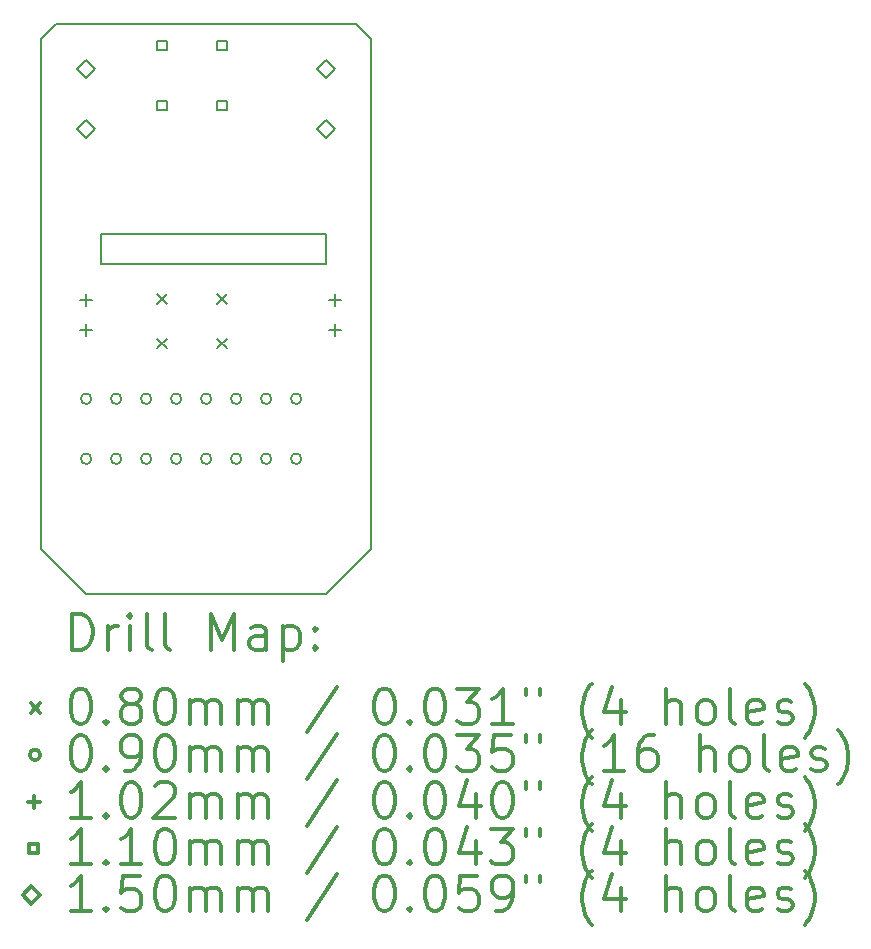
<source format=gbr>
%FSLAX45Y45*%
G04 Gerber Fmt 4.5, Leading zero omitted, Abs format (unit mm)*
G04 Created by KiCad (PCBNEW 4.0.0-stable) date 04.02.2016 17:28:49*
%MOMM*%
G01*
G04 APERTURE LIST*
%ADD10C,0.127000*%
%ADD11C,0.150000*%
%ADD12C,0.200000*%
%ADD13C,0.300000*%
G04 APERTURE END LIST*
D10*
D11*
X14097000Y-9525000D02*
X14097000Y-9779000D01*
X16002000Y-9525000D02*
X14097000Y-9525000D01*
X16002000Y-9779000D02*
X16002000Y-9525000D01*
X14097000Y-9779000D02*
X16002000Y-9779000D01*
X13589000Y-12192000D02*
X13589000Y-7874000D01*
X13970000Y-12573000D02*
X13589000Y-12192000D01*
X16002000Y-12573000D02*
X13970000Y-12573000D01*
X16383000Y-12192000D02*
X16002000Y-12573000D01*
X16383000Y-7874000D02*
X16383000Y-12192000D01*
X16256000Y-7747000D02*
X16383000Y-7874000D01*
X13716000Y-7747000D02*
X16256000Y-7747000D01*
X13589000Y-7874000D02*
X13716000Y-7747000D01*
D12*
X14572000Y-10036000D02*
X14652000Y-10116000D01*
X14652000Y-10036000D02*
X14572000Y-10116000D01*
X14572000Y-10414000D02*
X14652000Y-10494000D01*
X14652000Y-10414000D02*
X14572000Y-10494000D01*
X15080000Y-10036000D02*
X15160000Y-10116000D01*
X15160000Y-10036000D02*
X15080000Y-10116000D01*
X15080000Y-10414000D02*
X15160000Y-10494000D01*
X15160000Y-10414000D02*
X15080000Y-10494000D01*
X14015000Y-10922000D02*
G75*
G03X14015000Y-10922000I-45000J0D01*
G01*
X14015000Y-11430000D02*
G75*
G03X14015000Y-11430000I-45000J0D01*
G01*
X14269000Y-10922000D02*
G75*
G03X14269000Y-10922000I-45000J0D01*
G01*
X14269000Y-11430000D02*
G75*
G03X14269000Y-11430000I-45000J0D01*
G01*
X14523000Y-10922000D02*
G75*
G03X14523000Y-10922000I-45000J0D01*
G01*
X14523000Y-11430000D02*
G75*
G03X14523000Y-11430000I-45000J0D01*
G01*
X14777000Y-10922000D02*
G75*
G03X14777000Y-10922000I-45000J0D01*
G01*
X14777000Y-11430000D02*
G75*
G03X14777000Y-11430000I-45000J0D01*
G01*
X15031000Y-10922000D02*
G75*
G03X15031000Y-10922000I-45000J0D01*
G01*
X15031000Y-11430000D02*
G75*
G03X15031000Y-11430000I-45000J0D01*
G01*
X15285000Y-10922000D02*
G75*
G03X15285000Y-10922000I-45000J0D01*
G01*
X15285000Y-11430000D02*
G75*
G03X15285000Y-11430000I-45000J0D01*
G01*
X15539000Y-10922000D02*
G75*
G03X15539000Y-10922000I-45000J0D01*
G01*
X15539000Y-11430000D02*
G75*
G03X15539000Y-11430000I-45000J0D01*
G01*
X15793000Y-10922000D02*
G75*
G03X15793000Y-10922000I-45000J0D01*
G01*
X15793000Y-11430000D02*
G75*
G03X15793000Y-11430000I-45000J0D01*
G01*
X13970000Y-10033000D02*
X13970000Y-10134600D01*
X13919200Y-10083800D02*
X14020800Y-10083800D01*
X13970000Y-10287000D02*
X13970000Y-10388600D01*
X13919200Y-10337800D02*
X14020800Y-10337800D01*
X16078200Y-10033000D02*
X16078200Y-10134600D01*
X16027400Y-10083800D02*
X16129000Y-10083800D01*
X16078200Y-10287000D02*
X16078200Y-10388600D01*
X16027400Y-10337800D02*
X16129000Y-10337800D01*
X14650891Y-7972891D02*
X14650891Y-7895109D01*
X14573109Y-7895109D01*
X14573109Y-7972891D01*
X14650891Y-7972891D01*
X14650891Y-8476891D02*
X14650891Y-8399109D01*
X14573109Y-8399109D01*
X14573109Y-8476891D01*
X14650891Y-8476891D01*
X15158891Y-7972891D02*
X15158891Y-7895109D01*
X15081109Y-7895109D01*
X15081109Y-7972891D01*
X15158891Y-7972891D01*
X15158891Y-8476891D02*
X15158891Y-8399109D01*
X15081109Y-8399109D01*
X15081109Y-8476891D01*
X15158891Y-8476891D01*
X13970000Y-8203000D02*
X14045000Y-8128000D01*
X13970000Y-8053000D01*
X13895000Y-8128000D01*
X13970000Y-8203000D01*
X13970000Y-8711000D02*
X14045000Y-8636000D01*
X13970000Y-8561000D01*
X13895000Y-8636000D01*
X13970000Y-8711000D01*
X16002000Y-8203000D02*
X16077000Y-8128000D01*
X16002000Y-8053000D01*
X15927000Y-8128000D01*
X16002000Y-8203000D01*
X16002000Y-8711000D02*
X16077000Y-8636000D01*
X16002000Y-8561000D01*
X15927000Y-8636000D01*
X16002000Y-8711000D01*
D13*
X13852928Y-13046214D02*
X13852928Y-12746214D01*
X13924357Y-12746214D01*
X13967214Y-12760500D01*
X13995786Y-12789071D01*
X14010071Y-12817643D01*
X14024357Y-12874786D01*
X14024357Y-12917643D01*
X14010071Y-12974786D01*
X13995786Y-13003357D01*
X13967214Y-13031929D01*
X13924357Y-13046214D01*
X13852928Y-13046214D01*
X14152928Y-13046214D02*
X14152928Y-12846214D01*
X14152928Y-12903357D02*
X14167214Y-12874786D01*
X14181500Y-12860500D01*
X14210071Y-12846214D01*
X14238643Y-12846214D01*
X14338643Y-13046214D02*
X14338643Y-12846214D01*
X14338643Y-12746214D02*
X14324357Y-12760500D01*
X14338643Y-12774786D01*
X14352928Y-12760500D01*
X14338643Y-12746214D01*
X14338643Y-12774786D01*
X14524357Y-13046214D02*
X14495786Y-13031929D01*
X14481500Y-13003357D01*
X14481500Y-12746214D01*
X14681500Y-13046214D02*
X14652928Y-13031929D01*
X14638643Y-13003357D01*
X14638643Y-12746214D01*
X15024357Y-13046214D02*
X15024357Y-12746214D01*
X15124357Y-12960500D01*
X15224357Y-12746214D01*
X15224357Y-13046214D01*
X15495786Y-13046214D02*
X15495786Y-12889071D01*
X15481500Y-12860500D01*
X15452928Y-12846214D01*
X15395786Y-12846214D01*
X15367214Y-12860500D01*
X15495786Y-13031929D02*
X15467214Y-13046214D01*
X15395786Y-13046214D01*
X15367214Y-13031929D01*
X15352928Y-13003357D01*
X15352928Y-12974786D01*
X15367214Y-12946214D01*
X15395786Y-12931929D01*
X15467214Y-12931929D01*
X15495786Y-12917643D01*
X15638643Y-12846214D02*
X15638643Y-13146214D01*
X15638643Y-12860500D02*
X15667214Y-12846214D01*
X15724357Y-12846214D01*
X15752928Y-12860500D01*
X15767214Y-12874786D01*
X15781500Y-12903357D01*
X15781500Y-12989071D01*
X15767214Y-13017643D01*
X15752928Y-13031929D01*
X15724357Y-13046214D01*
X15667214Y-13046214D01*
X15638643Y-13031929D01*
X15910071Y-13017643D02*
X15924357Y-13031929D01*
X15910071Y-13046214D01*
X15895786Y-13031929D01*
X15910071Y-13017643D01*
X15910071Y-13046214D01*
X15910071Y-12860500D02*
X15924357Y-12874786D01*
X15910071Y-12889071D01*
X15895786Y-12874786D01*
X15910071Y-12860500D01*
X15910071Y-12889071D01*
X13501500Y-13500500D02*
X13581500Y-13580500D01*
X13581500Y-13500500D02*
X13501500Y-13580500D01*
X13910071Y-13376214D02*
X13938643Y-13376214D01*
X13967214Y-13390500D01*
X13981500Y-13404786D01*
X13995786Y-13433357D01*
X14010071Y-13490500D01*
X14010071Y-13561929D01*
X13995786Y-13619071D01*
X13981500Y-13647643D01*
X13967214Y-13661929D01*
X13938643Y-13676214D01*
X13910071Y-13676214D01*
X13881500Y-13661929D01*
X13867214Y-13647643D01*
X13852928Y-13619071D01*
X13838643Y-13561929D01*
X13838643Y-13490500D01*
X13852928Y-13433357D01*
X13867214Y-13404786D01*
X13881500Y-13390500D01*
X13910071Y-13376214D01*
X14138643Y-13647643D02*
X14152928Y-13661929D01*
X14138643Y-13676214D01*
X14124357Y-13661929D01*
X14138643Y-13647643D01*
X14138643Y-13676214D01*
X14324357Y-13504786D02*
X14295786Y-13490500D01*
X14281500Y-13476214D01*
X14267214Y-13447643D01*
X14267214Y-13433357D01*
X14281500Y-13404786D01*
X14295786Y-13390500D01*
X14324357Y-13376214D01*
X14381500Y-13376214D01*
X14410071Y-13390500D01*
X14424357Y-13404786D01*
X14438643Y-13433357D01*
X14438643Y-13447643D01*
X14424357Y-13476214D01*
X14410071Y-13490500D01*
X14381500Y-13504786D01*
X14324357Y-13504786D01*
X14295786Y-13519071D01*
X14281500Y-13533357D01*
X14267214Y-13561929D01*
X14267214Y-13619071D01*
X14281500Y-13647643D01*
X14295786Y-13661929D01*
X14324357Y-13676214D01*
X14381500Y-13676214D01*
X14410071Y-13661929D01*
X14424357Y-13647643D01*
X14438643Y-13619071D01*
X14438643Y-13561929D01*
X14424357Y-13533357D01*
X14410071Y-13519071D01*
X14381500Y-13504786D01*
X14624357Y-13376214D02*
X14652928Y-13376214D01*
X14681500Y-13390500D01*
X14695786Y-13404786D01*
X14710071Y-13433357D01*
X14724357Y-13490500D01*
X14724357Y-13561929D01*
X14710071Y-13619071D01*
X14695786Y-13647643D01*
X14681500Y-13661929D01*
X14652928Y-13676214D01*
X14624357Y-13676214D01*
X14595786Y-13661929D01*
X14581500Y-13647643D01*
X14567214Y-13619071D01*
X14552928Y-13561929D01*
X14552928Y-13490500D01*
X14567214Y-13433357D01*
X14581500Y-13404786D01*
X14595786Y-13390500D01*
X14624357Y-13376214D01*
X14852928Y-13676214D02*
X14852928Y-13476214D01*
X14852928Y-13504786D02*
X14867214Y-13490500D01*
X14895786Y-13476214D01*
X14938643Y-13476214D01*
X14967214Y-13490500D01*
X14981500Y-13519071D01*
X14981500Y-13676214D01*
X14981500Y-13519071D02*
X14995786Y-13490500D01*
X15024357Y-13476214D01*
X15067214Y-13476214D01*
X15095786Y-13490500D01*
X15110071Y-13519071D01*
X15110071Y-13676214D01*
X15252928Y-13676214D02*
X15252928Y-13476214D01*
X15252928Y-13504786D02*
X15267214Y-13490500D01*
X15295786Y-13476214D01*
X15338643Y-13476214D01*
X15367214Y-13490500D01*
X15381500Y-13519071D01*
X15381500Y-13676214D01*
X15381500Y-13519071D02*
X15395786Y-13490500D01*
X15424357Y-13476214D01*
X15467214Y-13476214D01*
X15495786Y-13490500D01*
X15510071Y-13519071D01*
X15510071Y-13676214D01*
X16095786Y-13361929D02*
X15838643Y-13747643D01*
X16481500Y-13376214D02*
X16510071Y-13376214D01*
X16538643Y-13390500D01*
X16552928Y-13404786D01*
X16567214Y-13433357D01*
X16581500Y-13490500D01*
X16581500Y-13561929D01*
X16567214Y-13619071D01*
X16552928Y-13647643D01*
X16538643Y-13661929D01*
X16510071Y-13676214D01*
X16481500Y-13676214D01*
X16452928Y-13661929D01*
X16438643Y-13647643D01*
X16424357Y-13619071D01*
X16410071Y-13561929D01*
X16410071Y-13490500D01*
X16424357Y-13433357D01*
X16438643Y-13404786D01*
X16452928Y-13390500D01*
X16481500Y-13376214D01*
X16710071Y-13647643D02*
X16724357Y-13661929D01*
X16710071Y-13676214D01*
X16695786Y-13661929D01*
X16710071Y-13647643D01*
X16710071Y-13676214D01*
X16910071Y-13376214D02*
X16938643Y-13376214D01*
X16967214Y-13390500D01*
X16981500Y-13404786D01*
X16995786Y-13433357D01*
X17010071Y-13490500D01*
X17010071Y-13561929D01*
X16995786Y-13619071D01*
X16981500Y-13647643D01*
X16967214Y-13661929D01*
X16938643Y-13676214D01*
X16910071Y-13676214D01*
X16881500Y-13661929D01*
X16867214Y-13647643D01*
X16852928Y-13619071D01*
X16838643Y-13561929D01*
X16838643Y-13490500D01*
X16852928Y-13433357D01*
X16867214Y-13404786D01*
X16881500Y-13390500D01*
X16910071Y-13376214D01*
X17110071Y-13376214D02*
X17295786Y-13376214D01*
X17195786Y-13490500D01*
X17238643Y-13490500D01*
X17267214Y-13504786D01*
X17281500Y-13519071D01*
X17295786Y-13547643D01*
X17295786Y-13619071D01*
X17281500Y-13647643D01*
X17267214Y-13661929D01*
X17238643Y-13676214D01*
X17152928Y-13676214D01*
X17124357Y-13661929D01*
X17110071Y-13647643D01*
X17581500Y-13676214D02*
X17410071Y-13676214D01*
X17495786Y-13676214D02*
X17495786Y-13376214D01*
X17467214Y-13419071D01*
X17438643Y-13447643D01*
X17410071Y-13461929D01*
X17695786Y-13376214D02*
X17695786Y-13433357D01*
X17810071Y-13376214D02*
X17810071Y-13433357D01*
X18252928Y-13790500D02*
X18238643Y-13776214D01*
X18210071Y-13733357D01*
X18195786Y-13704786D01*
X18181500Y-13661929D01*
X18167214Y-13590500D01*
X18167214Y-13533357D01*
X18181500Y-13461929D01*
X18195786Y-13419071D01*
X18210071Y-13390500D01*
X18238643Y-13347643D01*
X18252928Y-13333357D01*
X18495786Y-13476214D02*
X18495786Y-13676214D01*
X18424357Y-13361929D02*
X18352928Y-13576214D01*
X18538643Y-13576214D01*
X18881500Y-13676214D02*
X18881500Y-13376214D01*
X19010071Y-13676214D02*
X19010071Y-13519071D01*
X18995786Y-13490500D01*
X18967214Y-13476214D01*
X18924357Y-13476214D01*
X18895786Y-13490500D01*
X18881500Y-13504786D01*
X19195786Y-13676214D02*
X19167214Y-13661929D01*
X19152928Y-13647643D01*
X19138643Y-13619071D01*
X19138643Y-13533357D01*
X19152928Y-13504786D01*
X19167214Y-13490500D01*
X19195786Y-13476214D01*
X19238643Y-13476214D01*
X19267214Y-13490500D01*
X19281500Y-13504786D01*
X19295786Y-13533357D01*
X19295786Y-13619071D01*
X19281500Y-13647643D01*
X19267214Y-13661929D01*
X19238643Y-13676214D01*
X19195786Y-13676214D01*
X19467214Y-13676214D02*
X19438643Y-13661929D01*
X19424357Y-13633357D01*
X19424357Y-13376214D01*
X19695786Y-13661929D02*
X19667214Y-13676214D01*
X19610071Y-13676214D01*
X19581500Y-13661929D01*
X19567214Y-13633357D01*
X19567214Y-13519071D01*
X19581500Y-13490500D01*
X19610071Y-13476214D01*
X19667214Y-13476214D01*
X19695786Y-13490500D01*
X19710071Y-13519071D01*
X19710071Y-13547643D01*
X19567214Y-13576214D01*
X19824357Y-13661929D02*
X19852929Y-13676214D01*
X19910071Y-13676214D01*
X19938643Y-13661929D01*
X19952929Y-13633357D01*
X19952929Y-13619071D01*
X19938643Y-13590500D01*
X19910071Y-13576214D01*
X19867214Y-13576214D01*
X19838643Y-13561929D01*
X19824357Y-13533357D01*
X19824357Y-13519071D01*
X19838643Y-13490500D01*
X19867214Y-13476214D01*
X19910071Y-13476214D01*
X19938643Y-13490500D01*
X20052928Y-13790500D02*
X20067214Y-13776214D01*
X20095786Y-13733357D01*
X20110071Y-13704786D01*
X20124357Y-13661929D01*
X20138643Y-13590500D01*
X20138643Y-13533357D01*
X20124357Y-13461929D01*
X20110071Y-13419071D01*
X20095786Y-13390500D01*
X20067214Y-13347643D01*
X20052928Y-13333357D01*
X13581500Y-13936500D02*
G75*
G03X13581500Y-13936500I-45000J0D01*
G01*
X13910071Y-13772214D02*
X13938643Y-13772214D01*
X13967214Y-13786500D01*
X13981500Y-13800786D01*
X13995786Y-13829357D01*
X14010071Y-13886500D01*
X14010071Y-13957929D01*
X13995786Y-14015071D01*
X13981500Y-14043643D01*
X13967214Y-14057929D01*
X13938643Y-14072214D01*
X13910071Y-14072214D01*
X13881500Y-14057929D01*
X13867214Y-14043643D01*
X13852928Y-14015071D01*
X13838643Y-13957929D01*
X13838643Y-13886500D01*
X13852928Y-13829357D01*
X13867214Y-13800786D01*
X13881500Y-13786500D01*
X13910071Y-13772214D01*
X14138643Y-14043643D02*
X14152928Y-14057929D01*
X14138643Y-14072214D01*
X14124357Y-14057929D01*
X14138643Y-14043643D01*
X14138643Y-14072214D01*
X14295786Y-14072214D02*
X14352928Y-14072214D01*
X14381500Y-14057929D01*
X14395786Y-14043643D01*
X14424357Y-14000786D01*
X14438643Y-13943643D01*
X14438643Y-13829357D01*
X14424357Y-13800786D01*
X14410071Y-13786500D01*
X14381500Y-13772214D01*
X14324357Y-13772214D01*
X14295786Y-13786500D01*
X14281500Y-13800786D01*
X14267214Y-13829357D01*
X14267214Y-13900786D01*
X14281500Y-13929357D01*
X14295786Y-13943643D01*
X14324357Y-13957929D01*
X14381500Y-13957929D01*
X14410071Y-13943643D01*
X14424357Y-13929357D01*
X14438643Y-13900786D01*
X14624357Y-13772214D02*
X14652928Y-13772214D01*
X14681500Y-13786500D01*
X14695786Y-13800786D01*
X14710071Y-13829357D01*
X14724357Y-13886500D01*
X14724357Y-13957929D01*
X14710071Y-14015071D01*
X14695786Y-14043643D01*
X14681500Y-14057929D01*
X14652928Y-14072214D01*
X14624357Y-14072214D01*
X14595786Y-14057929D01*
X14581500Y-14043643D01*
X14567214Y-14015071D01*
X14552928Y-13957929D01*
X14552928Y-13886500D01*
X14567214Y-13829357D01*
X14581500Y-13800786D01*
X14595786Y-13786500D01*
X14624357Y-13772214D01*
X14852928Y-14072214D02*
X14852928Y-13872214D01*
X14852928Y-13900786D02*
X14867214Y-13886500D01*
X14895786Y-13872214D01*
X14938643Y-13872214D01*
X14967214Y-13886500D01*
X14981500Y-13915071D01*
X14981500Y-14072214D01*
X14981500Y-13915071D02*
X14995786Y-13886500D01*
X15024357Y-13872214D01*
X15067214Y-13872214D01*
X15095786Y-13886500D01*
X15110071Y-13915071D01*
X15110071Y-14072214D01*
X15252928Y-14072214D02*
X15252928Y-13872214D01*
X15252928Y-13900786D02*
X15267214Y-13886500D01*
X15295786Y-13872214D01*
X15338643Y-13872214D01*
X15367214Y-13886500D01*
X15381500Y-13915071D01*
X15381500Y-14072214D01*
X15381500Y-13915071D02*
X15395786Y-13886500D01*
X15424357Y-13872214D01*
X15467214Y-13872214D01*
X15495786Y-13886500D01*
X15510071Y-13915071D01*
X15510071Y-14072214D01*
X16095786Y-13757929D02*
X15838643Y-14143643D01*
X16481500Y-13772214D02*
X16510071Y-13772214D01*
X16538643Y-13786500D01*
X16552928Y-13800786D01*
X16567214Y-13829357D01*
X16581500Y-13886500D01*
X16581500Y-13957929D01*
X16567214Y-14015071D01*
X16552928Y-14043643D01*
X16538643Y-14057929D01*
X16510071Y-14072214D01*
X16481500Y-14072214D01*
X16452928Y-14057929D01*
X16438643Y-14043643D01*
X16424357Y-14015071D01*
X16410071Y-13957929D01*
X16410071Y-13886500D01*
X16424357Y-13829357D01*
X16438643Y-13800786D01*
X16452928Y-13786500D01*
X16481500Y-13772214D01*
X16710071Y-14043643D02*
X16724357Y-14057929D01*
X16710071Y-14072214D01*
X16695786Y-14057929D01*
X16710071Y-14043643D01*
X16710071Y-14072214D01*
X16910071Y-13772214D02*
X16938643Y-13772214D01*
X16967214Y-13786500D01*
X16981500Y-13800786D01*
X16995786Y-13829357D01*
X17010071Y-13886500D01*
X17010071Y-13957929D01*
X16995786Y-14015071D01*
X16981500Y-14043643D01*
X16967214Y-14057929D01*
X16938643Y-14072214D01*
X16910071Y-14072214D01*
X16881500Y-14057929D01*
X16867214Y-14043643D01*
X16852928Y-14015071D01*
X16838643Y-13957929D01*
X16838643Y-13886500D01*
X16852928Y-13829357D01*
X16867214Y-13800786D01*
X16881500Y-13786500D01*
X16910071Y-13772214D01*
X17110071Y-13772214D02*
X17295786Y-13772214D01*
X17195786Y-13886500D01*
X17238643Y-13886500D01*
X17267214Y-13900786D01*
X17281500Y-13915071D01*
X17295786Y-13943643D01*
X17295786Y-14015071D01*
X17281500Y-14043643D01*
X17267214Y-14057929D01*
X17238643Y-14072214D01*
X17152928Y-14072214D01*
X17124357Y-14057929D01*
X17110071Y-14043643D01*
X17567214Y-13772214D02*
X17424357Y-13772214D01*
X17410071Y-13915071D01*
X17424357Y-13900786D01*
X17452928Y-13886500D01*
X17524357Y-13886500D01*
X17552928Y-13900786D01*
X17567214Y-13915071D01*
X17581500Y-13943643D01*
X17581500Y-14015071D01*
X17567214Y-14043643D01*
X17552928Y-14057929D01*
X17524357Y-14072214D01*
X17452928Y-14072214D01*
X17424357Y-14057929D01*
X17410071Y-14043643D01*
X17695786Y-13772214D02*
X17695786Y-13829357D01*
X17810071Y-13772214D02*
X17810071Y-13829357D01*
X18252928Y-14186500D02*
X18238643Y-14172214D01*
X18210071Y-14129357D01*
X18195786Y-14100786D01*
X18181500Y-14057929D01*
X18167214Y-13986500D01*
X18167214Y-13929357D01*
X18181500Y-13857929D01*
X18195786Y-13815071D01*
X18210071Y-13786500D01*
X18238643Y-13743643D01*
X18252928Y-13729357D01*
X18524357Y-14072214D02*
X18352928Y-14072214D01*
X18438643Y-14072214D02*
X18438643Y-13772214D01*
X18410071Y-13815071D01*
X18381500Y-13843643D01*
X18352928Y-13857929D01*
X18781500Y-13772214D02*
X18724357Y-13772214D01*
X18695786Y-13786500D01*
X18681500Y-13800786D01*
X18652928Y-13843643D01*
X18638643Y-13900786D01*
X18638643Y-14015071D01*
X18652928Y-14043643D01*
X18667214Y-14057929D01*
X18695786Y-14072214D01*
X18752928Y-14072214D01*
X18781500Y-14057929D01*
X18795786Y-14043643D01*
X18810071Y-14015071D01*
X18810071Y-13943643D01*
X18795786Y-13915071D01*
X18781500Y-13900786D01*
X18752928Y-13886500D01*
X18695786Y-13886500D01*
X18667214Y-13900786D01*
X18652928Y-13915071D01*
X18638643Y-13943643D01*
X19167214Y-14072214D02*
X19167214Y-13772214D01*
X19295786Y-14072214D02*
X19295786Y-13915071D01*
X19281500Y-13886500D01*
X19252928Y-13872214D01*
X19210071Y-13872214D01*
X19181500Y-13886500D01*
X19167214Y-13900786D01*
X19481500Y-14072214D02*
X19452928Y-14057929D01*
X19438643Y-14043643D01*
X19424357Y-14015071D01*
X19424357Y-13929357D01*
X19438643Y-13900786D01*
X19452928Y-13886500D01*
X19481500Y-13872214D01*
X19524357Y-13872214D01*
X19552928Y-13886500D01*
X19567214Y-13900786D01*
X19581500Y-13929357D01*
X19581500Y-14015071D01*
X19567214Y-14043643D01*
X19552928Y-14057929D01*
X19524357Y-14072214D01*
X19481500Y-14072214D01*
X19752928Y-14072214D02*
X19724357Y-14057929D01*
X19710071Y-14029357D01*
X19710071Y-13772214D01*
X19981500Y-14057929D02*
X19952929Y-14072214D01*
X19895786Y-14072214D01*
X19867214Y-14057929D01*
X19852929Y-14029357D01*
X19852929Y-13915071D01*
X19867214Y-13886500D01*
X19895786Y-13872214D01*
X19952929Y-13872214D01*
X19981500Y-13886500D01*
X19995786Y-13915071D01*
X19995786Y-13943643D01*
X19852929Y-13972214D01*
X20110071Y-14057929D02*
X20138643Y-14072214D01*
X20195786Y-14072214D01*
X20224357Y-14057929D01*
X20238643Y-14029357D01*
X20238643Y-14015071D01*
X20224357Y-13986500D01*
X20195786Y-13972214D01*
X20152929Y-13972214D01*
X20124357Y-13957929D01*
X20110071Y-13929357D01*
X20110071Y-13915071D01*
X20124357Y-13886500D01*
X20152929Y-13872214D01*
X20195786Y-13872214D01*
X20224357Y-13886500D01*
X20338643Y-14186500D02*
X20352929Y-14172214D01*
X20381500Y-14129357D01*
X20395786Y-14100786D01*
X20410071Y-14057929D01*
X20424357Y-13986500D01*
X20424357Y-13929357D01*
X20410071Y-13857929D01*
X20395786Y-13815071D01*
X20381500Y-13786500D01*
X20352929Y-13743643D01*
X20338643Y-13729357D01*
X13530700Y-14281700D02*
X13530700Y-14383300D01*
X13479900Y-14332500D02*
X13581500Y-14332500D01*
X14010071Y-14468214D02*
X13838643Y-14468214D01*
X13924357Y-14468214D02*
X13924357Y-14168214D01*
X13895786Y-14211071D01*
X13867214Y-14239643D01*
X13838643Y-14253929D01*
X14138643Y-14439643D02*
X14152928Y-14453929D01*
X14138643Y-14468214D01*
X14124357Y-14453929D01*
X14138643Y-14439643D01*
X14138643Y-14468214D01*
X14338643Y-14168214D02*
X14367214Y-14168214D01*
X14395786Y-14182500D01*
X14410071Y-14196786D01*
X14424357Y-14225357D01*
X14438643Y-14282500D01*
X14438643Y-14353929D01*
X14424357Y-14411071D01*
X14410071Y-14439643D01*
X14395786Y-14453929D01*
X14367214Y-14468214D01*
X14338643Y-14468214D01*
X14310071Y-14453929D01*
X14295786Y-14439643D01*
X14281500Y-14411071D01*
X14267214Y-14353929D01*
X14267214Y-14282500D01*
X14281500Y-14225357D01*
X14295786Y-14196786D01*
X14310071Y-14182500D01*
X14338643Y-14168214D01*
X14552928Y-14196786D02*
X14567214Y-14182500D01*
X14595786Y-14168214D01*
X14667214Y-14168214D01*
X14695786Y-14182500D01*
X14710071Y-14196786D01*
X14724357Y-14225357D01*
X14724357Y-14253929D01*
X14710071Y-14296786D01*
X14538643Y-14468214D01*
X14724357Y-14468214D01*
X14852928Y-14468214D02*
X14852928Y-14268214D01*
X14852928Y-14296786D02*
X14867214Y-14282500D01*
X14895786Y-14268214D01*
X14938643Y-14268214D01*
X14967214Y-14282500D01*
X14981500Y-14311071D01*
X14981500Y-14468214D01*
X14981500Y-14311071D02*
X14995786Y-14282500D01*
X15024357Y-14268214D01*
X15067214Y-14268214D01*
X15095786Y-14282500D01*
X15110071Y-14311071D01*
X15110071Y-14468214D01*
X15252928Y-14468214D02*
X15252928Y-14268214D01*
X15252928Y-14296786D02*
X15267214Y-14282500D01*
X15295786Y-14268214D01*
X15338643Y-14268214D01*
X15367214Y-14282500D01*
X15381500Y-14311071D01*
X15381500Y-14468214D01*
X15381500Y-14311071D02*
X15395786Y-14282500D01*
X15424357Y-14268214D01*
X15467214Y-14268214D01*
X15495786Y-14282500D01*
X15510071Y-14311071D01*
X15510071Y-14468214D01*
X16095786Y-14153929D02*
X15838643Y-14539643D01*
X16481500Y-14168214D02*
X16510071Y-14168214D01*
X16538643Y-14182500D01*
X16552928Y-14196786D01*
X16567214Y-14225357D01*
X16581500Y-14282500D01*
X16581500Y-14353929D01*
X16567214Y-14411071D01*
X16552928Y-14439643D01*
X16538643Y-14453929D01*
X16510071Y-14468214D01*
X16481500Y-14468214D01*
X16452928Y-14453929D01*
X16438643Y-14439643D01*
X16424357Y-14411071D01*
X16410071Y-14353929D01*
X16410071Y-14282500D01*
X16424357Y-14225357D01*
X16438643Y-14196786D01*
X16452928Y-14182500D01*
X16481500Y-14168214D01*
X16710071Y-14439643D02*
X16724357Y-14453929D01*
X16710071Y-14468214D01*
X16695786Y-14453929D01*
X16710071Y-14439643D01*
X16710071Y-14468214D01*
X16910071Y-14168214D02*
X16938643Y-14168214D01*
X16967214Y-14182500D01*
X16981500Y-14196786D01*
X16995786Y-14225357D01*
X17010071Y-14282500D01*
X17010071Y-14353929D01*
X16995786Y-14411071D01*
X16981500Y-14439643D01*
X16967214Y-14453929D01*
X16938643Y-14468214D01*
X16910071Y-14468214D01*
X16881500Y-14453929D01*
X16867214Y-14439643D01*
X16852928Y-14411071D01*
X16838643Y-14353929D01*
X16838643Y-14282500D01*
X16852928Y-14225357D01*
X16867214Y-14196786D01*
X16881500Y-14182500D01*
X16910071Y-14168214D01*
X17267214Y-14268214D02*
X17267214Y-14468214D01*
X17195786Y-14153929D02*
X17124357Y-14368214D01*
X17310071Y-14368214D01*
X17481500Y-14168214D02*
X17510071Y-14168214D01*
X17538643Y-14182500D01*
X17552928Y-14196786D01*
X17567214Y-14225357D01*
X17581500Y-14282500D01*
X17581500Y-14353929D01*
X17567214Y-14411071D01*
X17552928Y-14439643D01*
X17538643Y-14453929D01*
X17510071Y-14468214D01*
X17481500Y-14468214D01*
X17452928Y-14453929D01*
X17438643Y-14439643D01*
X17424357Y-14411071D01*
X17410071Y-14353929D01*
X17410071Y-14282500D01*
X17424357Y-14225357D01*
X17438643Y-14196786D01*
X17452928Y-14182500D01*
X17481500Y-14168214D01*
X17695786Y-14168214D02*
X17695786Y-14225357D01*
X17810071Y-14168214D02*
X17810071Y-14225357D01*
X18252928Y-14582500D02*
X18238643Y-14568214D01*
X18210071Y-14525357D01*
X18195786Y-14496786D01*
X18181500Y-14453929D01*
X18167214Y-14382500D01*
X18167214Y-14325357D01*
X18181500Y-14253929D01*
X18195786Y-14211071D01*
X18210071Y-14182500D01*
X18238643Y-14139643D01*
X18252928Y-14125357D01*
X18495786Y-14268214D02*
X18495786Y-14468214D01*
X18424357Y-14153929D02*
X18352928Y-14368214D01*
X18538643Y-14368214D01*
X18881500Y-14468214D02*
X18881500Y-14168214D01*
X19010071Y-14468214D02*
X19010071Y-14311071D01*
X18995786Y-14282500D01*
X18967214Y-14268214D01*
X18924357Y-14268214D01*
X18895786Y-14282500D01*
X18881500Y-14296786D01*
X19195786Y-14468214D02*
X19167214Y-14453929D01*
X19152928Y-14439643D01*
X19138643Y-14411071D01*
X19138643Y-14325357D01*
X19152928Y-14296786D01*
X19167214Y-14282500D01*
X19195786Y-14268214D01*
X19238643Y-14268214D01*
X19267214Y-14282500D01*
X19281500Y-14296786D01*
X19295786Y-14325357D01*
X19295786Y-14411071D01*
X19281500Y-14439643D01*
X19267214Y-14453929D01*
X19238643Y-14468214D01*
X19195786Y-14468214D01*
X19467214Y-14468214D02*
X19438643Y-14453929D01*
X19424357Y-14425357D01*
X19424357Y-14168214D01*
X19695786Y-14453929D02*
X19667214Y-14468214D01*
X19610071Y-14468214D01*
X19581500Y-14453929D01*
X19567214Y-14425357D01*
X19567214Y-14311071D01*
X19581500Y-14282500D01*
X19610071Y-14268214D01*
X19667214Y-14268214D01*
X19695786Y-14282500D01*
X19710071Y-14311071D01*
X19710071Y-14339643D01*
X19567214Y-14368214D01*
X19824357Y-14453929D02*
X19852929Y-14468214D01*
X19910071Y-14468214D01*
X19938643Y-14453929D01*
X19952929Y-14425357D01*
X19952929Y-14411071D01*
X19938643Y-14382500D01*
X19910071Y-14368214D01*
X19867214Y-14368214D01*
X19838643Y-14353929D01*
X19824357Y-14325357D01*
X19824357Y-14311071D01*
X19838643Y-14282500D01*
X19867214Y-14268214D01*
X19910071Y-14268214D01*
X19938643Y-14282500D01*
X20052928Y-14582500D02*
X20067214Y-14568214D01*
X20095786Y-14525357D01*
X20110071Y-14496786D01*
X20124357Y-14453929D01*
X20138643Y-14382500D01*
X20138643Y-14325357D01*
X20124357Y-14253929D01*
X20110071Y-14211071D01*
X20095786Y-14182500D01*
X20067214Y-14139643D01*
X20052928Y-14125357D01*
X13565391Y-14767391D02*
X13565391Y-14689609D01*
X13487609Y-14689609D01*
X13487609Y-14767391D01*
X13565391Y-14767391D01*
X14010071Y-14864214D02*
X13838643Y-14864214D01*
X13924357Y-14864214D02*
X13924357Y-14564214D01*
X13895786Y-14607071D01*
X13867214Y-14635643D01*
X13838643Y-14649929D01*
X14138643Y-14835643D02*
X14152928Y-14849929D01*
X14138643Y-14864214D01*
X14124357Y-14849929D01*
X14138643Y-14835643D01*
X14138643Y-14864214D01*
X14438643Y-14864214D02*
X14267214Y-14864214D01*
X14352928Y-14864214D02*
X14352928Y-14564214D01*
X14324357Y-14607071D01*
X14295786Y-14635643D01*
X14267214Y-14649929D01*
X14624357Y-14564214D02*
X14652928Y-14564214D01*
X14681500Y-14578500D01*
X14695786Y-14592786D01*
X14710071Y-14621357D01*
X14724357Y-14678500D01*
X14724357Y-14749929D01*
X14710071Y-14807071D01*
X14695786Y-14835643D01*
X14681500Y-14849929D01*
X14652928Y-14864214D01*
X14624357Y-14864214D01*
X14595786Y-14849929D01*
X14581500Y-14835643D01*
X14567214Y-14807071D01*
X14552928Y-14749929D01*
X14552928Y-14678500D01*
X14567214Y-14621357D01*
X14581500Y-14592786D01*
X14595786Y-14578500D01*
X14624357Y-14564214D01*
X14852928Y-14864214D02*
X14852928Y-14664214D01*
X14852928Y-14692786D02*
X14867214Y-14678500D01*
X14895786Y-14664214D01*
X14938643Y-14664214D01*
X14967214Y-14678500D01*
X14981500Y-14707071D01*
X14981500Y-14864214D01*
X14981500Y-14707071D02*
X14995786Y-14678500D01*
X15024357Y-14664214D01*
X15067214Y-14664214D01*
X15095786Y-14678500D01*
X15110071Y-14707071D01*
X15110071Y-14864214D01*
X15252928Y-14864214D02*
X15252928Y-14664214D01*
X15252928Y-14692786D02*
X15267214Y-14678500D01*
X15295786Y-14664214D01*
X15338643Y-14664214D01*
X15367214Y-14678500D01*
X15381500Y-14707071D01*
X15381500Y-14864214D01*
X15381500Y-14707071D02*
X15395786Y-14678500D01*
X15424357Y-14664214D01*
X15467214Y-14664214D01*
X15495786Y-14678500D01*
X15510071Y-14707071D01*
X15510071Y-14864214D01*
X16095786Y-14549929D02*
X15838643Y-14935643D01*
X16481500Y-14564214D02*
X16510071Y-14564214D01*
X16538643Y-14578500D01*
X16552928Y-14592786D01*
X16567214Y-14621357D01*
X16581500Y-14678500D01*
X16581500Y-14749929D01*
X16567214Y-14807071D01*
X16552928Y-14835643D01*
X16538643Y-14849929D01*
X16510071Y-14864214D01*
X16481500Y-14864214D01*
X16452928Y-14849929D01*
X16438643Y-14835643D01*
X16424357Y-14807071D01*
X16410071Y-14749929D01*
X16410071Y-14678500D01*
X16424357Y-14621357D01*
X16438643Y-14592786D01*
X16452928Y-14578500D01*
X16481500Y-14564214D01*
X16710071Y-14835643D02*
X16724357Y-14849929D01*
X16710071Y-14864214D01*
X16695786Y-14849929D01*
X16710071Y-14835643D01*
X16710071Y-14864214D01*
X16910071Y-14564214D02*
X16938643Y-14564214D01*
X16967214Y-14578500D01*
X16981500Y-14592786D01*
X16995786Y-14621357D01*
X17010071Y-14678500D01*
X17010071Y-14749929D01*
X16995786Y-14807071D01*
X16981500Y-14835643D01*
X16967214Y-14849929D01*
X16938643Y-14864214D01*
X16910071Y-14864214D01*
X16881500Y-14849929D01*
X16867214Y-14835643D01*
X16852928Y-14807071D01*
X16838643Y-14749929D01*
X16838643Y-14678500D01*
X16852928Y-14621357D01*
X16867214Y-14592786D01*
X16881500Y-14578500D01*
X16910071Y-14564214D01*
X17267214Y-14664214D02*
X17267214Y-14864214D01*
X17195786Y-14549929D02*
X17124357Y-14764214D01*
X17310071Y-14764214D01*
X17395786Y-14564214D02*
X17581500Y-14564214D01*
X17481500Y-14678500D01*
X17524357Y-14678500D01*
X17552928Y-14692786D01*
X17567214Y-14707071D01*
X17581500Y-14735643D01*
X17581500Y-14807071D01*
X17567214Y-14835643D01*
X17552928Y-14849929D01*
X17524357Y-14864214D01*
X17438643Y-14864214D01*
X17410071Y-14849929D01*
X17395786Y-14835643D01*
X17695786Y-14564214D02*
X17695786Y-14621357D01*
X17810071Y-14564214D02*
X17810071Y-14621357D01*
X18252928Y-14978500D02*
X18238643Y-14964214D01*
X18210071Y-14921357D01*
X18195786Y-14892786D01*
X18181500Y-14849929D01*
X18167214Y-14778500D01*
X18167214Y-14721357D01*
X18181500Y-14649929D01*
X18195786Y-14607071D01*
X18210071Y-14578500D01*
X18238643Y-14535643D01*
X18252928Y-14521357D01*
X18495786Y-14664214D02*
X18495786Y-14864214D01*
X18424357Y-14549929D02*
X18352928Y-14764214D01*
X18538643Y-14764214D01*
X18881500Y-14864214D02*
X18881500Y-14564214D01*
X19010071Y-14864214D02*
X19010071Y-14707071D01*
X18995786Y-14678500D01*
X18967214Y-14664214D01*
X18924357Y-14664214D01*
X18895786Y-14678500D01*
X18881500Y-14692786D01*
X19195786Y-14864214D02*
X19167214Y-14849929D01*
X19152928Y-14835643D01*
X19138643Y-14807071D01*
X19138643Y-14721357D01*
X19152928Y-14692786D01*
X19167214Y-14678500D01*
X19195786Y-14664214D01*
X19238643Y-14664214D01*
X19267214Y-14678500D01*
X19281500Y-14692786D01*
X19295786Y-14721357D01*
X19295786Y-14807071D01*
X19281500Y-14835643D01*
X19267214Y-14849929D01*
X19238643Y-14864214D01*
X19195786Y-14864214D01*
X19467214Y-14864214D02*
X19438643Y-14849929D01*
X19424357Y-14821357D01*
X19424357Y-14564214D01*
X19695786Y-14849929D02*
X19667214Y-14864214D01*
X19610071Y-14864214D01*
X19581500Y-14849929D01*
X19567214Y-14821357D01*
X19567214Y-14707071D01*
X19581500Y-14678500D01*
X19610071Y-14664214D01*
X19667214Y-14664214D01*
X19695786Y-14678500D01*
X19710071Y-14707071D01*
X19710071Y-14735643D01*
X19567214Y-14764214D01*
X19824357Y-14849929D02*
X19852929Y-14864214D01*
X19910071Y-14864214D01*
X19938643Y-14849929D01*
X19952929Y-14821357D01*
X19952929Y-14807071D01*
X19938643Y-14778500D01*
X19910071Y-14764214D01*
X19867214Y-14764214D01*
X19838643Y-14749929D01*
X19824357Y-14721357D01*
X19824357Y-14707071D01*
X19838643Y-14678500D01*
X19867214Y-14664214D01*
X19910071Y-14664214D01*
X19938643Y-14678500D01*
X20052928Y-14978500D02*
X20067214Y-14964214D01*
X20095786Y-14921357D01*
X20110071Y-14892786D01*
X20124357Y-14849929D01*
X20138643Y-14778500D01*
X20138643Y-14721357D01*
X20124357Y-14649929D01*
X20110071Y-14607071D01*
X20095786Y-14578500D01*
X20067214Y-14535643D01*
X20052928Y-14521357D01*
X13506500Y-15199500D02*
X13581500Y-15124500D01*
X13506500Y-15049500D01*
X13431500Y-15124500D01*
X13506500Y-15199500D01*
X14010071Y-15260214D02*
X13838643Y-15260214D01*
X13924357Y-15260214D02*
X13924357Y-14960214D01*
X13895786Y-15003071D01*
X13867214Y-15031643D01*
X13838643Y-15045929D01*
X14138643Y-15231643D02*
X14152928Y-15245929D01*
X14138643Y-15260214D01*
X14124357Y-15245929D01*
X14138643Y-15231643D01*
X14138643Y-15260214D01*
X14424357Y-14960214D02*
X14281500Y-14960214D01*
X14267214Y-15103071D01*
X14281500Y-15088786D01*
X14310071Y-15074500D01*
X14381500Y-15074500D01*
X14410071Y-15088786D01*
X14424357Y-15103071D01*
X14438643Y-15131643D01*
X14438643Y-15203071D01*
X14424357Y-15231643D01*
X14410071Y-15245929D01*
X14381500Y-15260214D01*
X14310071Y-15260214D01*
X14281500Y-15245929D01*
X14267214Y-15231643D01*
X14624357Y-14960214D02*
X14652928Y-14960214D01*
X14681500Y-14974500D01*
X14695786Y-14988786D01*
X14710071Y-15017357D01*
X14724357Y-15074500D01*
X14724357Y-15145929D01*
X14710071Y-15203071D01*
X14695786Y-15231643D01*
X14681500Y-15245929D01*
X14652928Y-15260214D01*
X14624357Y-15260214D01*
X14595786Y-15245929D01*
X14581500Y-15231643D01*
X14567214Y-15203071D01*
X14552928Y-15145929D01*
X14552928Y-15074500D01*
X14567214Y-15017357D01*
X14581500Y-14988786D01*
X14595786Y-14974500D01*
X14624357Y-14960214D01*
X14852928Y-15260214D02*
X14852928Y-15060214D01*
X14852928Y-15088786D02*
X14867214Y-15074500D01*
X14895786Y-15060214D01*
X14938643Y-15060214D01*
X14967214Y-15074500D01*
X14981500Y-15103071D01*
X14981500Y-15260214D01*
X14981500Y-15103071D02*
X14995786Y-15074500D01*
X15024357Y-15060214D01*
X15067214Y-15060214D01*
X15095786Y-15074500D01*
X15110071Y-15103071D01*
X15110071Y-15260214D01*
X15252928Y-15260214D02*
X15252928Y-15060214D01*
X15252928Y-15088786D02*
X15267214Y-15074500D01*
X15295786Y-15060214D01*
X15338643Y-15060214D01*
X15367214Y-15074500D01*
X15381500Y-15103071D01*
X15381500Y-15260214D01*
X15381500Y-15103071D02*
X15395786Y-15074500D01*
X15424357Y-15060214D01*
X15467214Y-15060214D01*
X15495786Y-15074500D01*
X15510071Y-15103071D01*
X15510071Y-15260214D01*
X16095786Y-14945929D02*
X15838643Y-15331643D01*
X16481500Y-14960214D02*
X16510071Y-14960214D01*
X16538643Y-14974500D01*
X16552928Y-14988786D01*
X16567214Y-15017357D01*
X16581500Y-15074500D01*
X16581500Y-15145929D01*
X16567214Y-15203071D01*
X16552928Y-15231643D01*
X16538643Y-15245929D01*
X16510071Y-15260214D01*
X16481500Y-15260214D01*
X16452928Y-15245929D01*
X16438643Y-15231643D01*
X16424357Y-15203071D01*
X16410071Y-15145929D01*
X16410071Y-15074500D01*
X16424357Y-15017357D01*
X16438643Y-14988786D01*
X16452928Y-14974500D01*
X16481500Y-14960214D01*
X16710071Y-15231643D02*
X16724357Y-15245929D01*
X16710071Y-15260214D01*
X16695786Y-15245929D01*
X16710071Y-15231643D01*
X16710071Y-15260214D01*
X16910071Y-14960214D02*
X16938643Y-14960214D01*
X16967214Y-14974500D01*
X16981500Y-14988786D01*
X16995786Y-15017357D01*
X17010071Y-15074500D01*
X17010071Y-15145929D01*
X16995786Y-15203071D01*
X16981500Y-15231643D01*
X16967214Y-15245929D01*
X16938643Y-15260214D01*
X16910071Y-15260214D01*
X16881500Y-15245929D01*
X16867214Y-15231643D01*
X16852928Y-15203071D01*
X16838643Y-15145929D01*
X16838643Y-15074500D01*
X16852928Y-15017357D01*
X16867214Y-14988786D01*
X16881500Y-14974500D01*
X16910071Y-14960214D01*
X17281500Y-14960214D02*
X17138643Y-14960214D01*
X17124357Y-15103071D01*
X17138643Y-15088786D01*
X17167214Y-15074500D01*
X17238643Y-15074500D01*
X17267214Y-15088786D01*
X17281500Y-15103071D01*
X17295786Y-15131643D01*
X17295786Y-15203071D01*
X17281500Y-15231643D01*
X17267214Y-15245929D01*
X17238643Y-15260214D01*
X17167214Y-15260214D01*
X17138643Y-15245929D01*
X17124357Y-15231643D01*
X17438643Y-15260214D02*
X17495786Y-15260214D01*
X17524357Y-15245929D01*
X17538643Y-15231643D01*
X17567214Y-15188786D01*
X17581500Y-15131643D01*
X17581500Y-15017357D01*
X17567214Y-14988786D01*
X17552928Y-14974500D01*
X17524357Y-14960214D01*
X17467214Y-14960214D01*
X17438643Y-14974500D01*
X17424357Y-14988786D01*
X17410071Y-15017357D01*
X17410071Y-15088786D01*
X17424357Y-15117357D01*
X17438643Y-15131643D01*
X17467214Y-15145929D01*
X17524357Y-15145929D01*
X17552928Y-15131643D01*
X17567214Y-15117357D01*
X17581500Y-15088786D01*
X17695786Y-14960214D02*
X17695786Y-15017357D01*
X17810071Y-14960214D02*
X17810071Y-15017357D01*
X18252928Y-15374500D02*
X18238643Y-15360214D01*
X18210071Y-15317357D01*
X18195786Y-15288786D01*
X18181500Y-15245929D01*
X18167214Y-15174500D01*
X18167214Y-15117357D01*
X18181500Y-15045929D01*
X18195786Y-15003071D01*
X18210071Y-14974500D01*
X18238643Y-14931643D01*
X18252928Y-14917357D01*
X18495786Y-15060214D02*
X18495786Y-15260214D01*
X18424357Y-14945929D02*
X18352928Y-15160214D01*
X18538643Y-15160214D01*
X18881500Y-15260214D02*
X18881500Y-14960214D01*
X19010071Y-15260214D02*
X19010071Y-15103071D01*
X18995786Y-15074500D01*
X18967214Y-15060214D01*
X18924357Y-15060214D01*
X18895786Y-15074500D01*
X18881500Y-15088786D01*
X19195786Y-15260214D02*
X19167214Y-15245929D01*
X19152928Y-15231643D01*
X19138643Y-15203071D01*
X19138643Y-15117357D01*
X19152928Y-15088786D01*
X19167214Y-15074500D01*
X19195786Y-15060214D01*
X19238643Y-15060214D01*
X19267214Y-15074500D01*
X19281500Y-15088786D01*
X19295786Y-15117357D01*
X19295786Y-15203071D01*
X19281500Y-15231643D01*
X19267214Y-15245929D01*
X19238643Y-15260214D01*
X19195786Y-15260214D01*
X19467214Y-15260214D02*
X19438643Y-15245929D01*
X19424357Y-15217357D01*
X19424357Y-14960214D01*
X19695786Y-15245929D02*
X19667214Y-15260214D01*
X19610071Y-15260214D01*
X19581500Y-15245929D01*
X19567214Y-15217357D01*
X19567214Y-15103071D01*
X19581500Y-15074500D01*
X19610071Y-15060214D01*
X19667214Y-15060214D01*
X19695786Y-15074500D01*
X19710071Y-15103071D01*
X19710071Y-15131643D01*
X19567214Y-15160214D01*
X19824357Y-15245929D02*
X19852929Y-15260214D01*
X19910071Y-15260214D01*
X19938643Y-15245929D01*
X19952929Y-15217357D01*
X19952929Y-15203071D01*
X19938643Y-15174500D01*
X19910071Y-15160214D01*
X19867214Y-15160214D01*
X19838643Y-15145929D01*
X19824357Y-15117357D01*
X19824357Y-15103071D01*
X19838643Y-15074500D01*
X19867214Y-15060214D01*
X19910071Y-15060214D01*
X19938643Y-15074500D01*
X20052928Y-15374500D02*
X20067214Y-15360214D01*
X20095786Y-15317357D01*
X20110071Y-15288786D01*
X20124357Y-15245929D01*
X20138643Y-15174500D01*
X20138643Y-15117357D01*
X20124357Y-15045929D01*
X20110071Y-15003071D01*
X20095786Y-14974500D01*
X20067214Y-14931643D01*
X20052928Y-14917357D01*
M02*

</source>
